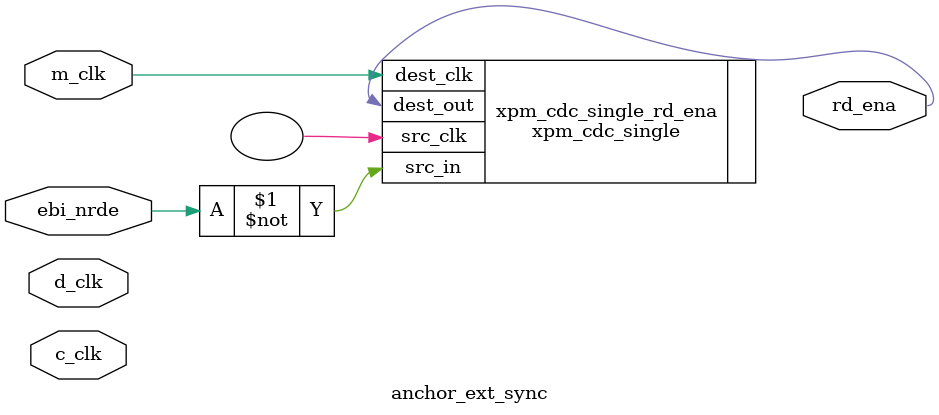
<source format=v>

module anchor_ext_sync (

  input      d_clk,
  input      m_clk,
  input      c_clk,

  input      ebi_nrde,
  output     rd_ena

);

  // read enable

  xpm_cdc_single #(
    .DEST_SYNC_FF (2),
    .SRC_INPUT_REG (0)
  ) xpm_cdc_single_rd_ena (
    .src_clk (),
    .src_in (~ebi_nrde),
    .dest_clk (m_clk),
    .dest_out (rd_ena)
  );

endmodule

</source>
